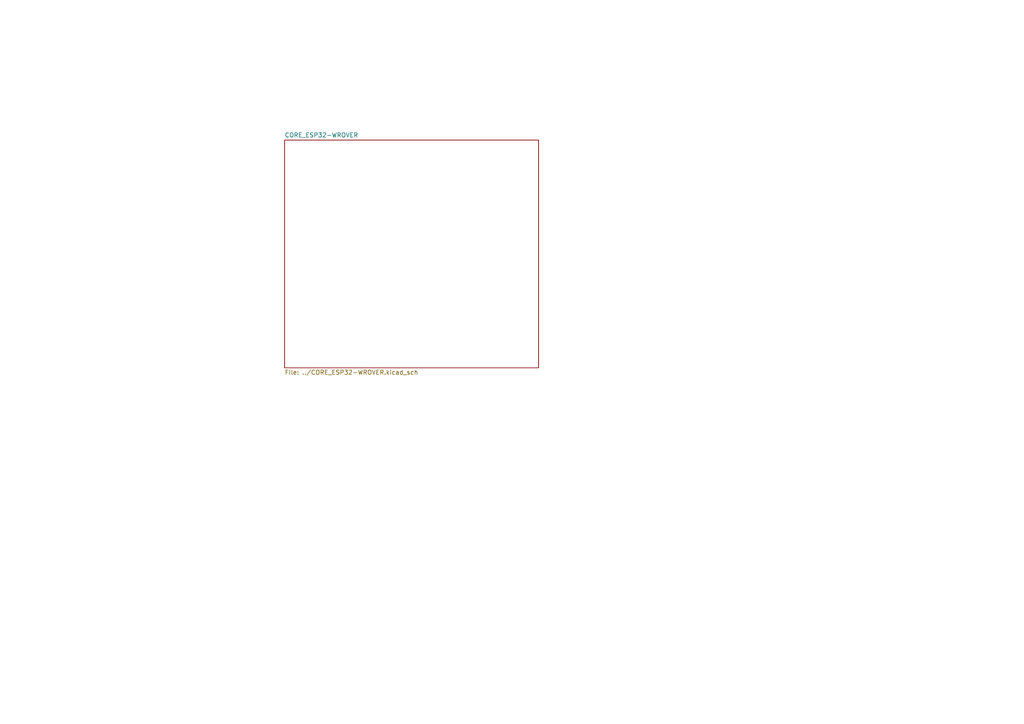
<source format=kicad_sch>
(kicad_sch (version 20230121) (generator eeschema)
  (paper "A4")
  (title_block (title "FujiNet Z80Bus reference design") (date "2023-05-13") (rev "0.1") (company "FujiNet"))
  (lib_symbols)
  (bus_alias "Z80_CONTROL" (members "Z80_CONTROL.RD" "Z80_CONTROL.WR" "Z80_CONTROL.IORQ" "Z80_CONTROL.MEMRQ" "Z80_CONTROL.BUSRQ" "Z80_CONTROL.WAIT" "Z80_CONTROL.ROMCS" "Z80_CONTROL.BUSACK" "Z80_CONTROL.NMI" "Z80_CONTROL.RESET"))
  (sheet (at 82.55 40.64) (size 73.66 66.04) (stroke (width 0.1524))
    (property "Sheetname" "CORE_ESP32-WROVER" (at 82.55 39.9284 0) (effects (justify left bottom)))
    (property "Sheetfile" "../CORE_ESP32-WROVER.kicad_sch" (at 82.55 107.2646 0) (effects (justify left top)))
  )
)
</source>
